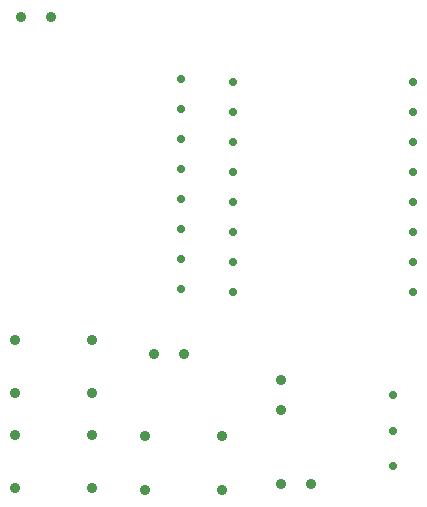
<source format=gbr>
%TF.GenerationSoftware,KiCad,Pcbnew,9.0.4+1*%
%TF.CreationDate,2025-09-23T18:14:55+02:00*%
%TF.ProjectId,PCB,5043422e-6b69-4636-9164-5f7063625858,rev?*%
%TF.SameCoordinates,Original*%
%TF.FileFunction,Plated,1,2,PTH,Drill*%
%TF.FilePolarity,Positive*%
%FSLAX46Y46*%
G04 Gerber Fmt 4.6, Leading zero omitted, Abs format (unit mm)*
G04 Created by KiCad (PCBNEW 9.0.4+1) date 2025-09-23 18:14:55*
%MOMM*%
%LPD*%
G01*
G04 APERTURE LIST*
%TA.AperFunction,ComponentDrill*%
%ADD10C,0.700000*%
%TD*%
%TA.AperFunction,ComponentDrill*%
%ADD11C,0.900000*%
%TD*%
G04 APERTURE END LIST*
D10*
%TO.C,U2*%
X-196000000Y7280000D03*
X-196000000Y4740000D03*
X-196000000Y2200000D03*
X-196000000Y-340000D03*
X-196000000Y-2880000D03*
X-196000000Y-5420000D03*
X-196000000Y-7960000D03*
X-196000000Y-10500000D03*
%TO.C,U1*%
X-191625000Y7025000D03*
X-191625000Y4485000D03*
X-191625000Y1945000D03*
X-191625000Y-595000D03*
X-191625000Y-3135000D03*
X-191625000Y-5675000D03*
X-191625000Y-8215000D03*
X-191625000Y-10755000D03*
%TO.C,SW4*%
X-178000000Y-19500000D03*
X-178000000Y-22500000D03*
X-178000000Y-25500000D03*
%TO.C,U1*%
X-176385000Y7025000D03*
X-176385000Y4485000D03*
X-176385000Y1945000D03*
X-176385000Y-595000D03*
X-176385000Y-3135000D03*
X-176385000Y-5675000D03*
X-176385000Y-8215000D03*
X-176385000Y-10755000D03*
D11*
%TO.C,SW1*%
X-210000000Y-14800000D03*
X-210000000Y-19300000D03*
%TO.C,SW2*%
X-210000000Y-22900000D03*
X-210000000Y-27400000D03*
%TO.C,J1*%
X-209540000Y12500000D03*
X-207000000Y12500000D03*
%TO.C,SW1*%
X-203500000Y-14800000D03*
X-203500000Y-19300000D03*
%TO.C,SW2*%
X-203500000Y-22900000D03*
X-203500000Y-27400000D03*
%TO.C,SW3*%
X-199000000Y-23000000D03*
X-199000000Y-27500000D03*
%TO.C,D1*%
X-198270000Y-16000000D03*
X-195730000Y-16000000D03*
%TO.C,SW3*%
X-192500000Y-23000000D03*
X-192500000Y-27500000D03*
%TO.C,J2*%
X-187540000Y-27000000D03*
%TO.C,D2*%
X-187500000Y-18230000D03*
X-187500000Y-20770000D03*
%TO.C,J2*%
X-185000000Y-27000000D03*
M02*

</source>
